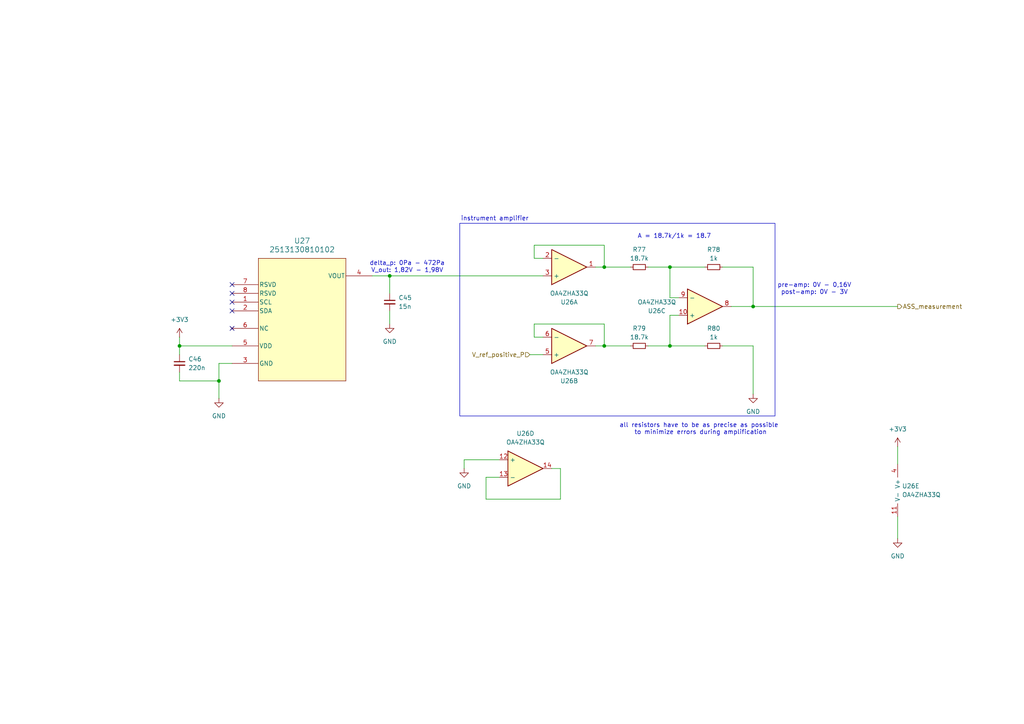
<source format=kicad_sch>
(kicad_sch (version 20231120) (generator "eeschema") (generator_version "8.0")
  (paper "A4")
  (lib_symbols
    (symbol "2513130810201:2513130810201" (pin_names (offset 0.254))
      (property "Reference" "U" (at 20.32 12.7 0))
      (property "Value" "2513130810201" (at 20.32 10.16 0))
      (symbol "2513130810201_0_1"
        (pin unspecified line (at 0 -5.08 0) (length 7.62) (name "SCL") (number "1"))
        (pin unspecified line (at 0 -7.62 0) (length 7.62) (name "SDA") (number "2"))
        (pin power_out line (at 0 -22.86 0) (length 7.62) (name "GND") (number "3"))
        (pin output line (at 40.64 2.54 180) (length 7.62) (name "VOUT") (number "4"))
        (pin power_in line (at 0 -17.78 0) (length 7.62) (name "VDD") (number "5"))
        (pin no_connect line (at 0 -12.7 0) (length 7.62) (name "NC") (number "6"))
        (pin unspecified line (at 0 0 0) (length 7.62) (name "RSVD") (number "7"))
        (pin unspecified line (at 0 -2.54 0) (length 7.62) (name "RSVD") (number "8"))
      )
      (symbol "2513130810201_1_1"
        (rectangle (start 7.62 7.62) (end 33.02 -27.94) (fill (type background)))
      )
    )
    (symbol "Device:C_Small" (pin_numbers hide) (pin_names (offset 0.254) hide)
      (property "Reference" "C" (at 0.254 1.778 0))
      (property "Value" "C_Small" (at 0.254 -2.032 0))
      (symbol "C_Small_0_1"
        (polyline (pts (xy -1.524 -0.508) (xy 1.524 -0.508)) (stroke (width 0.3302)))
        (polyline (pts (xy -1.524 0.508) (xy 1.524 0.508)) (stroke (width 0.3048)))
      )
      (symbol "C_Small_1_1"
        (pin passive line (at 0 2.54 270) (length 2.032) (name "~") (number "1"))
        (pin passive line (at 0 -2.54 90) (length 2.032) (name "~") (number "2"))
      )
    )
    (symbol "Device:Opamp_Quad"
      (property "Reference" "U" (at 0 5.08 0))
      (property "Value" "Opamp_Quad" (at 0 -5.08 0))
      (symbol "Opamp_Quad_1_1"
        (polyline (pts (xy -5.08 5.08) (xy 5.08 0) (xy -5.08 -5.08) (xy -5.08 5.08)) (stroke (width 0.254)) (fill (type background)))
        (pin output line (at 7.62 0 180) (length 2.54) (name "~") (number "1"))
        (pin input line (at -7.62 -2.54 0) (length 2.54) (name "-") (number "2"))
        (pin input line (at -7.62 2.54 0) (length 2.54) (name "+") (number "3"))
      )
      (symbol "Opamp_Quad_2_1"
        (polyline (pts (xy -5.08 5.08) (xy 5.08 0) (xy -5.08 -5.08) (xy -5.08 5.08)) (stroke (width 0.254)) (fill (type background)))
        (pin input line (at -7.62 2.54 0) (length 2.54) (name "+") (number "5"))
        (pin input line (at -7.62 -2.54 0) (length 2.54) (name "-") (number "6"))
        (pin output line (at 7.62 0 180) (length 2.54) (name "~") (number "7"))
      )
      (symbol "Opamp_Quad_3_1"
        (polyline (pts (xy -5.08 5.08) (xy 5.08 0) (xy -5.08 -5.08) (xy -5.08 5.08)) (stroke (width 0.254)) (fill (type background)))
        (pin input line (at -7.62 2.54 0) (length 2.54) (name "+") (number "10"))
        (pin output line (at 7.62 0 180) (length 2.54) (name "~") (number "8"))
        (pin input line (at -7.62 -2.54 0) (length 2.54) (name "-") (number "9"))
      )
      (symbol "Opamp_Quad_4_1"
        (polyline (pts (xy -5.08 5.08) (xy 5.08 0) (xy -5.08 -5.08) (xy -5.08 5.08)) (stroke (width 0.254)) (fill (type background)))
        (pin input line (at -7.62 2.54 0) (length 2.54) (name "+") (number "12"))
        (pin input line (at -7.62 -2.54 0) (length 2.54) (name "-") (number "13"))
        (pin output line (at 7.62 0 180) (length 2.54) (name "~") (number "14"))
      )
      (symbol "Opamp_Quad_5_1"
        (pin power_in line (at -2.54 -7.62 90) (length 3.81) (name "V-") (number "11"))
        (pin power_in line (at -2.54 7.62 270) (length 3.81) (name "V+") (number "4"))
      )
    )
    (symbol "Device:R_Small" (pin_numbers hide) (pin_names (offset 0.254) hide)
      (property "Reference" "R" (at 0.762 0.508 0))
      (property "Value" "R_Small" (at 0.762 -1.016 0))
      (symbol "R_Small_0_1"
        (rectangle (start -0.762 1.778) (end 0.762 -1.778) (stroke (width 0.2032)))
      )
      (symbol "R_Small_1_1"
        (pin passive line (at 0 2.54 270) (length 0.762) (name "~") (number "1"))
        (pin passive line (at 0 -2.54 90) (length 0.762) (name "~") (number "2"))
      )
    )
    (symbol "power:+3V3" (power) (pin_numbers hide) (pin_names (offset 0) hide)
      (property "Value" "+3V3" (at 0 3.556 0))
      (symbol "+3V3_0_1"
        (polyline (pts (xy -0.762 1.27) (xy 0 2.54)))
        (polyline (pts (xy 0 0) (xy 0 2.54)))
        (polyline (pts (xy 0 2.54) (xy 0.762 1.27)))
      )
      (symbol "+3V3_1_1"
        (pin power_in line (at 0 0 90) (length 0) (name "~") (number "1"))
      )
    )
    (symbol "power:GND" (power) (pin_numbers hide) (pin_names (offset 0) hide)
      (property "Value" "GND" (at 0 -3.81 0))
      (symbol "GND_0_1"
        (polyline (pts (xy 0 0) (xy 0 -1.27) (xy 1.27 -1.27) (xy 0 -2.54) (xy -1.27 -1.27) (xy 0 -1.27)))
      )
      (symbol "GND_1_1"
        (pin power_in line (at 0 0 270) (length 0) (name "~") (number "1"))
      )
    )
  )
  (junction (at 175.26 100.33))
  (junction (at 194.31 77.47))
  (junction (at 194.31 100.33))
  (junction (at 175.26 77.47))
  (junction (at 52.07 100.33))
  (junction (at 63.5 110.49))
  (junction (at 113.03 80.01))
  (junction (at 218.44 88.9))
  (no_connect (at 67.31 95.25))
  (no_connect (at 67.31 85.09))
  (no_connect (at 67.31 82.55))
  (no_connect (at 67.31 90.17))
  (no_connect (at 67.31 87.63))
  (wire (pts (xy 194.31 100.33) (xy 204.47 100.33)))
  (wire (pts (xy 162.56 144.78) (xy 162.56 135.89)))
  (wire (pts (xy 52.07 97.79) (xy 52.07 100.33)))
  (wire (pts (xy 175.26 77.47) (xy 182.88 77.47)))
  (wire (pts (xy 113.03 80.01) (xy 113.03 85.09)))
  (wire (pts (xy 154.94 93.98) (xy 175.26 93.98)))
  (wire (pts (xy 134.62 133.35) (xy 144.78 133.35)))
  (wire (pts (xy 187.96 100.33) (xy 194.31 100.33)))
  (wire (pts (xy 140.97 138.43) (xy 140.97 144.78)))
  (wire (pts (xy 196.85 86.36) (xy 194.31 86.36)))
  (wire (pts (xy 154.94 74.93) (xy 154.94 71.12)))
  (wire (pts (xy 172.72 77.47) (xy 175.26 77.47)))
  (wire (pts (xy 260.35 129.54) (xy 260.35 134.62)))
  (wire (pts (xy 63.5 115.57) (xy 63.5 110.49)))
  (wire (pts (xy 194.31 91.44) (xy 194.31 100.33)))
  (wire (pts (xy 144.78 138.43) (xy 140.97 138.43)))
  (wire (pts (xy 196.85 91.44) (xy 194.31 91.44)))
  (wire (pts (xy 107.95 80.01) (xy 113.03 80.01)))
  (wire (pts (xy 63.5 105.41) (xy 67.31 105.41)))
  (wire (pts (xy 157.48 97.79) (xy 154.94 97.79)))
  (wire (pts (xy 260.35 149.86) (xy 260.35 156.21)))
  (wire (pts (xy 218.44 88.9) (xy 260.35 88.9)))
  (wire (pts (xy 209.55 77.47) (xy 218.44 77.47)))
  (wire (pts (xy 134.62 135.89) (xy 134.62 133.35)))
  (wire (pts (xy 187.96 77.47) (xy 194.31 77.47)))
  (wire (pts (xy 172.72 100.33) (xy 175.26 100.33)))
  (wire (pts (xy 52.07 107.95) (xy 52.07 110.49)))
  (wire (pts (xy 162.56 135.89) (xy 160.02 135.89)))
  (wire (pts (xy 113.03 90.17) (xy 113.03 93.98)))
  (wire (pts (xy 140.97 144.78) (xy 162.56 144.78)))
  (wire (pts (xy 218.44 100.33) (xy 218.44 114.3)))
  (wire (pts (xy 113.03 80.01) (xy 157.48 80.01)))
  (wire (pts (xy 175.26 100.33) (xy 182.88 100.33)))
  (wire (pts (xy 63.5 110.49) (xy 63.5 105.41)))
  (wire (pts (xy 175.26 71.12) (xy 175.26 77.47)))
  (wire (pts (xy 52.07 100.33) (xy 67.31 100.33)))
  (wire (pts (xy 52.07 100.33) (xy 52.07 102.87)))
  (wire (pts (xy 154.94 97.79) (xy 154.94 93.98)))
  (wire (pts (xy 157.48 74.93) (xy 154.94 74.93)))
  (wire (pts (xy 175.26 93.98) (xy 175.26 100.33)))
  (wire (pts (xy 153.67 102.87) (xy 157.48 102.87)))
  (wire (pts (xy 194.31 86.36) (xy 194.31 77.47)))
  (wire (pts (xy 154.94 71.12) (xy 175.26 71.12)))
  (wire (pts (xy 52.07 110.49) (xy 63.5 110.49)))
  (wire (pts (xy 194.31 77.47) (xy 204.47 77.47)))
  (wire (pts (xy 212.09 88.9) (xy 218.44 88.9)))
  (wire (pts (xy 209.55 100.33) (xy 218.44 100.33)))
  (wire (pts (xy 218.44 77.47) (xy 218.44 88.9)))
  (rectangle (start 13.97 -67.31) (end 182.88 -59.69) (stroke (width 1) (color 255 0 0 1)))
  (rectangle (start 133.35 64.77) (end 224.79 120.65))
  (image (at 101.6 -48.26))
  (text "pre-amp: 0V - 0,16V\npost-amp: 0V - 3V" (at 236.22 83.82 0) (effects (font (size 1.27 1.27))))
  (text "all resistors have to be as precise as possible \nto minimize errors during amplification" (at 203.2 124.46 0) (effects (font (size 1.27 1.27))))
  (text "delta_p: 0Pa - 472Pa\nV_out: 1,82V - 1,98V" (at 118.11 77.47 0) (effects (font (size 1.27 1.27))))
  (text "instrument amplifier" (at 143.51 63.5 0) (effects (font (size 1.27 1.27))))
  (text "A = 18.7k/1k = 18.7" (at 195.58 68.58 0) (effects (font (size 1.27 1.27))))
  (hierarchical_label "ASS_measurement" (shape output) (at 260.35 88.9 0))
  (hierarchical_label "V_ref_positive_P" (shape input) (at 153.67 102.87 180))
  (symbol (lib_id "power:GND") (at 63.5 115.57 0) (unit 1)
    (property "Reference" "#PWR092" (effects (hide yes)))
    (property "Value" "GND" (at 63.5 120.65 0))
    (property "Description" "Power symbol creates a global label with name \"GND\" , ground" (effects (hide yes)))
    (instances (project "SNIFFER" (path "" (reference "#PWR0138") (unit 1)) (path "" (reference "#PWR092") (unit 1)) (path "" (reference "#PWR0145") (unit 1)) (path "" (reference "#PWR0131") (unit 1)) (path "" (reference "#PWR0124") (unit 1))))
  )
  (symbol (lib_id "Device:C_Small") (at 52.07 105.41 0) (unit 1)
    (property "Reference" "C32" (at 54.61 104.1462 0) (effects (justify left)))
    (property "Value" "220n" (at 54.61 106.6862 0) (effects (justify left)))
    (property "Description" "Unpolarized capacitor, small symbol" (effects (hide yes)))
    (instances (project "SNIFFER" (path "" (reference "C46") (unit 1)) (path "" (reference "C32") (unit 1)) (path "" (reference "C48") (unit 1)) (path "" (reference "C44") (unit 1)) (path "" (reference "C42") (unit 1))))
  )
  (symbol (lib_id "Device:Opamp_Quad") (at 204.47 88.9 0) (mirror x) (unit 3)
    (property "Reference" "U22" (at 190.5 90.17 0))
    (property "Value" "OA4ZHA33Q" (at 190.5 87.63 0))
    (property "Description" "Quad operational amplifier" (effects (hide yes)))
    (property "Sim.Library" "${KICAD7_SYMBOL_DIR}/Simulation_SPICE.sp" (effects (hide yes)))
    (property "Sim.Name" "kicad_builtin_opamp_quad" (effects (hide yes)))
    (property "Sim.Device" "SUBCKT" (effects (hide yes)))
    (property "Sim.Pins" "1=out1 2=in1- 3=in1+ 4=vcc 5=in2+ 6=in2- 7=out2 8=out3 9=in3- 10=in3+ 11=vee 12=in4+ 13=in4- 14=out4" (effects (hide yes)))
    (instances (project "SNIFFER" (path "" (reference "U26") (unit 3)) (path "" (reference "U28") (unit 3)) (path "" (reference "U24") (unit 3)) (path "" (reference "U22") (unit 3))))
  )
  (symbol (lib_id "Device:R_Small") (at 207.01 100.33 90) (unit 1)
    (property "Reference" "R26" (at 207.01 95.25 90))
    (property "Value" "1k" (at 207.01 97.79 90))
    (property "Description" "Resistor, small symbol" (effects (hide yes)))
    (instances (project "SNIFFER" (path "" (reference "R80") (unit 1)) (path "" (reference "R26") (unit 1)) (path "" (reference "R84") (unit 1)) (path "" (reference "R76") (unit 1)) (path "" (reference "R72") (unit 1))))
  )
  (symbol (lib_id "2513130810201:2513130810201") (at 67.31 82.55 0) (unit 1)
    (property "Reference" "U6" (at 87.63 69.85 0) (effects (font (size 1.524 1.524))))
    (property "Value" "2513130810102" (at 87.63 72.39 0) (effects (font (size 1.524 1.524))))
    (property "Footprint" "SMT_0810201_WRE" (effects (hide yes)))
    (property "Datasheet" "https://www.we-online.com/components/products/datasheet/2513130810102.pdf" (effects (hide yes)))
    (instances (project "SNIFFER" (path "" (reference "U27") (unit 1)) (path "" (reference "U6") (unit 1)) (path "" (reference "U29") (unit 1)) (path "" (reference "U25") (unit 1)) (path "" (reference "U23") (unit 1))))
  )
  (symbol (lib_id "Device:Opamp_Quad") (at 165.1 77.47 0) (mirror x) (unit 1)
    (property "Reference" "U22" (at 165.1 87.63 0))
    (property "Value" "OA4ZHA33Q" (at 165.1 85.09 0))
    (property "Description" "Quad operational amplifier" (effects (hide yes)))
    (property "Sim.Library" "${KICAD7_SYMBOL_DIR}/Simulation_SPICE.sp" (effects (hide yes)))
    (property "Sim.Name" "kicad_builtin_opamp_quad" (effects (hide yes)))
    (property "Sim.Device" "SUBCKT" (effects (hide yes)))
    (property "Sim.Pins" "1=out1 2=in1- 3=in1+ 4=vcc 5=in2+ 6=in2- 7=out2 8=out3 9=in3- 10=in3+ 11=vee 12=in4+ 13=in4- 14=out4" (effects (hide yes)))
    (instances (project "SNIFFER" (path "" (reference "U26") (unit 1)) (path "" (reference "U28") (unit 1)) (path "" (reference "U24") (unit 1)) (path "" (reference "U22") (unit 1))))
  )
  (symbol (lib_id "Device:Opamp_Quad") (at 165.1 100.33 0) (mirror x) (unit 2)
    (property "Reference" "U22" (at 165.1 110.49 0))
    (property "Value" "OA4ZHA33Q" (at 165.1 107.95 0))
    (property "Description" "Quad operational amplifier" (effects (hide yes)))
    (property "Sim.Library" "${KICAD7_SYMBOL_DIR}/Simulation_SPICE.sp" (effects (hide yes)))
    (property "Sim.Name" "kicad_builtin_opamp_quad" (effects (hide yes)))
    (property "Sim.Device" "SUBCKT" (effects (hide yes)))
    (property "Sim.Pins" "1=out1 2=in1- 3=in1+ 4=vcc 5=in2+ 6=in2- 7=out2 8=out3 9=in3- 10=in3+ 11=vee 12=in4+ 13=in4- 14=out4" (effects (hide yes)))
    (instances (project "SNIFFER" (path "" (reference "U26") (unit 2)) (path "" (reference "U28") (unit 2)) (path "" (reference "U24") (unit 2)) (path "" (reference "U22") (unit 2))))
  )
  (symbol (lib_id "power:+3V3") (at 52.07 97.79 0) (unit 1)
    (property "Reference" "#PWR0122" (effects (hide yes)))
    (property "Value" "+3V3" (at 52.07 92.71 0))
    (property "Description" "Power symbol creates a global label with name \"+3V3\"" (effects (hide yes)))
    (instances (project "SNIFFER" (path "" (reference "#PWR0136") (unit 1)) (path "" (reference "#PWR0143") (unit 1)) (path "" (reference "#PWR0129") (unit 1)) (path "" (reference "#PWR0122") (unit 1))))
  )
  (symbol (lib_id "power:GND") (at 113.03 93.98 0) (unit 1)
    (property "Reference" "#PWR060" (effects (hide yes)))
    (property "Value" "GND" (at 113.03 99.06 0))
    (property "Description" "Power symbol creates a global label with name \"GND\" , ground" (effects (hide yes)))
    (instances (project "SNIFFER" (path "" (reference "#PWR0135") (unit 1)) (path "" (reference "#PWR060") (unit 1)) (path "" (reference "#PWR0142") (unit 1)) (path "" (reference "#PWR0128") (unit 1)) (path "" (reference "#PWR0121") (unit 1))))
  )
  (symbol (lib_id "power:GND") (at 260.35 156.21 0) (unit 1)
    (property "Reference" "#PWR062" (effects (hide yes)))
    (property "Value" "GND" (at 260.35 161.29 0))
    (property "Description" "Power symbol creates a global label with name \"GND\" , ground" (effects (hide yes)))
    (instances (project "SNIFFER" (path "" (reference "#PWR0141") (unit 1)) (path "" (reference "#PWR062") (unit 1)) (path "" (reference "#PWR0148") (unit 1)) (path "" (reference "#PWR0134") (unit 1)) (path "" (reference "#PWR0127") (unit 1))))
  )
  (symbol (lib_id "power:GND") (at 134.62 135.89 0) (unit 1)
    (property "Reference" "#PWR0126" (effects (hide yes)))
    (property "Value" "GND" (at 134.62 140.97 0))
    (property "Description" "Power symbol creates a global label with name \"GND\" , ground" (effects (hide yes)))
    (instances (project "SNIFFER" (path "" (reference "#PWR0140") (unit 1)) (path "" (reference "#PWR0147") (unit 1)) (path "" (reference "#PWR0133") (unit 1)) (path "" (reference "#PWR0126") (unit 1))))
  )
  (symbol (lib_id "power:+3V3") (at 260.35 129.54 0) (unit 1)
    (property "Reference" "#PWR063" (effects (hide yes)))
    (property "Value" "+3V3" (at 260.35 124.46 0))
    (property "Description" "Power symbol creates a global label with name \"+3V3\"" (effects (hide yes)))
    (instances (project "SNIFFER" (path "" (reference "#PWR0139") (unit 1)) (path "" (reference "#PWR063") (unit 1)) (path "" (reference "#PWR0146") (unit 1)) (path "" (reference "#PWR0132") (unit 1)) (path "" (reference "#PWR0125") (unit 1))))
  )
  (symbol (lib_id "Device:R_Small") (at 207.01 77.47 90) (unit 1)
    (property "Reference" "R25" (at 207.01 72.39 90))
    (property "Value" "1k" (at 207.01 74.93 90))
    (property "Description" "Resistor, small symbol" (effects (hide yes)))
    (instances (project "SNIFFER" (path "" (reference "R78") (unit 1)) (path "" (reference "R25") (unit 1)) (path "" (reference "R82") (unit 1)) (path "" (reference "R74") (unit 1)) (path "" (reference "R70") (unit 1))))
  )
  (symbol (lib_id "Device:C_Small") (at 113.03 87.63 0) (unit 1)
    (property "Reference" "C25" (at 115.57 86.3662 0) (effects (justify left)))
    (property "Value" "15n" (at 115.57 88.9062 0) (effects (justify left)))
    (property "Description" "Unpolarized capacitor, small symbol" (effects (hide yes)))
    (instances (project "SNIFFER" (path "" (reference "C45") (unit 1)) (path "" (reference "C25") (unit 1)) (path "" (reference "C47") (unit 1)) (path "" (reference "C43") (unit 1)) (path "" (reference "C41") (unit 1))))
  )
  (symbol (lib_id "Device:Opamp_Quad") (at 262.89 142.24 0) (unit 5)
    (property "Reference" "U22" (at 261.62 140.9699 0) (effects (justify left)))
    (property "Value" "OA4ZHA33Q" (at 261.62 143.5099 0) (effects (justify left)))
    (property "Description" "Quad operational amplifier" (effects (hide yes)))
    (property "Sim.Library" "${KICAD7_SYMBOL_DIR}/Simulation_SPICE.sp" (effects (hide yes)))
    (property "Sim.Name" "kicad_builtin_opamp_quad" (effects (hide yes)))
    (property "Sim.Device" "SUBCKT" (effects (hide yes)))
    (property "Sim.Pins" "1=out1 2=in1- 3=in1+ 4=vcc 5=in2+ 6=in2- 7=out2 8=out3 9=in3- 10=in3+ 11=vee 12=in4+ 13=in4- 14=out4" (effects (hide yes)))
    (instances (project "SNIFFER" (path "" (reference "U26") (unit 5)) (path "" (reference "U28") (unit 5)) (path "" (reference "U24") (unit 5)) (path "" (reference "U22") (unit 5))))
  )
  (symbol (lib_id "power:GND") (at 218.44 114.3 0) (unit 1)
    (property "Reference" "#PWR068" (effects (hide yes)))
    (property "Value" "GND" (at 218.44 119.38 0))
    (property "Description" "Power symbol creates a global label with name \"GND\" , ground" (effects (hide yes)))
    (instances (project "SNIFFER" (path "" (reference "#PWR0137") (unit 1)) (path "" (reference "#PWR068") (unit 1)) (path "" (reference "#PWR0144") (unit 1)) (path "" (reference "#PWR0130") (unit 1)) (path "" (reference "#PWR0123") (unit 1))))
  )
  (symbol (lib_id "Device:R_Small") (at 185.42 100.33 90) (unit 1)
    (property "Reference" "R71" (at 185.42 95.25 90))
    (property "Value" "18.7k" (at 185.42 97.79 90))
    (property "Description" "Resistor, small symbol" (effects (hide yes)))
    (instances (project "SNIFFER" (path "" (reference "R79") (unit 1)) (path "" (reference "R83") (unit 1)) (path "" (reference "R75") (unit 1)) (path "" (reference "R71") (unit 1))))
  )
  (symbol (lib_id "Device:Opamp_Quad") (at 152.4 135.89 0) (unit 4)
    (property "Reference" "U22" (at 152.4 125.73 0))
    (property "Value" "OA4ZHA33Q" (at 152.4 128.27 0))
    (property "Description" "Quad operational amplifier" (effects (hide yes)))
    (property "Sim.Library" "${KICAD7_SYMBOL_DIR}/Simulation_SPICE.sp" (effects (hide yes)))
    (property "Sim.Name" "kicad_builtin_opamp_quad" (effects (hide yes)))
    (property "Sim.Device" "SUBCKT" (effects (hide yes)))
    (property "Sim.Pins" "1=out1 2=in1- 3=in1+ 4=vcc 5=in2+ 6=in2- 7=out2 8=out3 9=in3- 10=in3+ 11=vee 12=in4+ 13=in4- 14=out4" (effects (hide yes)))
    (instances (project "SNIFFER" (path "" (reference "U26") (unit 4)) (path "" (reference "U28") (unit 4)) (path "" (reference "U24") (unit 4)) (path "" (reference "U22") (unit 4))))
  )
  (symbol (lib_id "Device:R_Small") (at 185.42 77.47 90) (unit 1)
    (property "Reference" "R24" (at 185.42 72.39 90))
    (property "Value" "18.7k" (at 185.42 74.93 90))
    (property "Description" "Resistor, small symbol" (effects (hide yes)))
    (instances (project "SNIFFER" (path "" (reference "R77") (unit 1)) (path "" (reference "R24") (unit 1)) (path "" (reference "R81") (unit 1)) (path "" (reference "R73") (unit 1)) (path "" (reference "R69") (unit 1))))
  )
)
</source>
